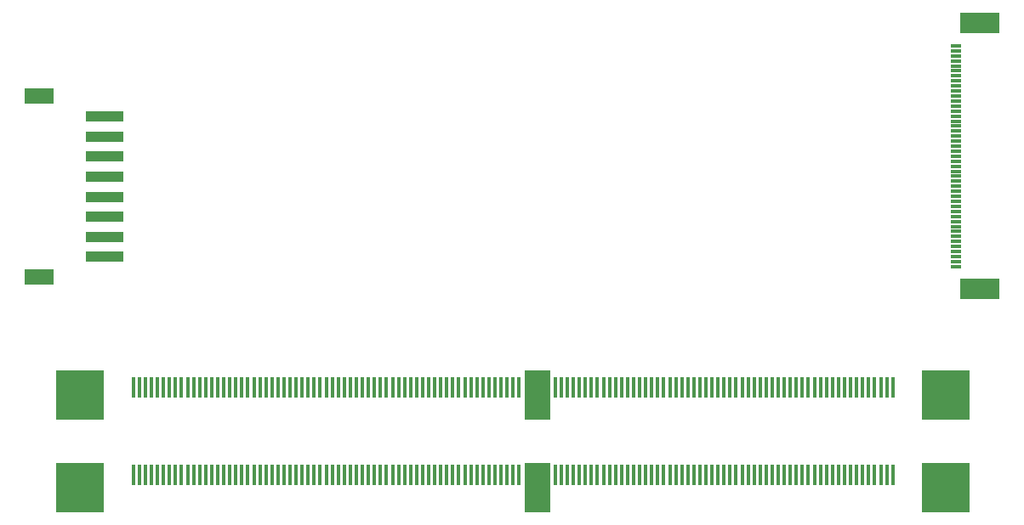
<source format=gbr>
G04 #@! TF.GenerationSoftware,KiCad,Pcbnew,5.0.2-bee76a0~70~ubuntu18.04.1*
G04 #@! TF.CreationDate,2020-10-28T09:15:44+01:00*
G04 #@! TF.ProjectId,ModulAdapter_Verv2,4d6f6475-6c41-4646-9170-7465725f5665,rev?*
G04 #@! TF.SameCoordinates,Original*
G04 #@! TF.FileFunction,Paste,Top*
G04 #@! TF.FilePolarity,Positive*
%FSLAX46Y46*%
G04 Gerber Fmt 4.6, Leading zero omitted, Abs format (unit mm)*
G04 Created by KiCad (PCBNEW 5.0.2-bee76a0~70~ubuntu18.04.1) date Mi 28 Okt 2020 09:15:44 CET*
%MOMM*%
%LPD*%
G01*
G04 APERTURE LIST*
%ADD10R,4.800000X5.000000*%
%ADD11R,0.350000X2.000000*%
%ADD12R,2.600000X5.000000*%
%ADD13R,1.100000X0.300000*%
%ADD14R,4.000000X2.100000*%
%ADD15R,3.800000X1.000000*%
%ADD16R,3.000000X1.500000*%
G04 APERTURE END LIST*
D10*
G04 #@! TO.C,J1*
X143100000Y-118810000D03*
X143100000Y-127990000D03*
X56900000Y-127990000D03*
X56900000Y-118810000D03*
D11*
X137800000Y-118050000D03*
X137200000Y-118050000D03*
X136600000Y-118050000D03*
X136000000Y-118050000D03*
X135400000Y-118050000D03*
X134800000Y-118050000D03*
X134200000Y-118050000D03*
X133600000Y-118050000D03*
X133000000Y-118050000D03*
X132400000Y-118050000D03*
X131800000Y-118050000D03*
X131200000Y-118050000D03*
X130600000Y-118050000D03*
X130000000Y-118050000D03*
X129400000Y-118050000D03*
X128800000Y-118050000D03*
X128200000Y-118050000D03*
X127600000Y-118050000D03*
X127000000Y-118050000D03*
X126400000Y-118050000D03*
X125800000Y-118050000D03*
X125200000Y-118050000D03*
X124600000Y-118050000D03*
X124000000Y-118050000D03*
X123400000Y-118050000D03*
X122800000Y-118050000D03*
X122200000Y-118050000D03*
X121600000Y-118050000D03*
X121000000Y-118050000D03*
X120400000Y-118050000D03*
X119800000Y-118050000D03*
X119200000Y-118050000D03*
X118600000Y-118050000D03*
X118000000Y-118050000D03*
X117400000Y-118050000D03*
X116800000Y-118050000D03*
X116200000Y-118050000D03*
X115600000Y-118050000D03*
X115000000Y-118050000D03*
X114400000Y-118050000D03*
X113800000Y-118050000D03*
X113200000Y-118050000D03*
X112600000Y-118050000D03*
X112000000Y-118050000D03*
X111400000Y-118050000D03*
X110800000Y-118050000D03*
X110200000Y-118050000D03*
X109600000Y-118050000D03*
X109000000Y-118050000D03*
X108400000Y-118050000D03*
X107800000Y-118050000D03*
X107200000Y-118050000D03*
X106600000Y-118050000D03*
X106000000Y-118050000D03*
X105400000Y-118050000D03*
X104800000Y-118050000D03*
X104200000Y-118050000D03*
X100600000Y-118050000D03*
X100000000Y-118050000D03*
X99400000Y-118050000D03*
X98800000Y-118050000D03*
X98200000Y-118050000D03*
X97600000Y-118050000D03*
X97000000Y-118050000D03*
X96400000Y-118050000D03*
X95800000Y-118050000D03*
X95200000Y-118050000D03*
X94600000Y-118050000D03*
X94000000Y-118050000D03*
X93400000Y-118050000D03*
X92800000Y-118050000D03*
X92200000Y-118050000D03*
X91600000Y-118050000D03*
X91000000Y-118050000D03*
X90400000Y-118050000D03*
X89800000Y-118050000D03*
X89200000Y-118050000D03*
X88600000Y-118050000D03*
X88000000Y-118050000D03*
X87400000Y-118050000D03*
X86800000Y-118050000D03*
X86200000Y-118050000D03*
X85600000Y-118050000D03*
X85000000Y-118050000D03*
X84400000Y-118050000D03*
X83800000Y-118050000D03*
X83200000Y-118050000D03*
X82600000Y-118050000D03*
X82000000Y-118050000D03*
X81400000Y-118050000D03*
X80800000Y-118050000D03*
X80200000Y-118050000D03*
X79600000Y-118050000D03*
X79000000Y-118050000D03*
X78400000Y-118050000D03*
X77800000Y-118050000D03*
X77200000Y-118050000D03*
X76600000Y-118050000D03*
X76000000Y-118050000D03*
X75400000Y-118050000D03*
X74800000Y-118050000D03*
X74200000Y-118050000D03*
X73600000Y-118050000D03*
X73000000Y-118050000D03*
X72400000Y-118050000D03*
X71800000Y-118050000D03*
X71200000Y-118050000D03*
X70600000Y-118050000D03*
X70000000Y-118050000D03*
X69400000Y-118050000D03*
X68800000Y-118050000D03*
X68200000Y-118050000D03*
X67600000Y-118050000D03*
X67000000Y-118050000D03*
X66400000Y-118050000D03*
X65800000Y-118050000D03*
X65200000Y-118050000D03*
X64600000Y-118050000D03*
X64000000Y-118050000D03*
X63400000Y-118050000D03*
X62800000Y-118050000D03*
X62200000Y-118050000D03*
X137800000Y-126750000D03*
X137200000Y-126750000D03*
X136600000Y-126750000D03*
X136000000Y-126750000D03*
X135400000Y-126750000D03*
X134800000Y-126750000D03*
X134200000Y-126750000D03*
X133600000Y-126750000D03*
X133000000Y-126750000D03*
X132400000Y-126750000D03*
X131800000Y-126750000D03*
X131200000Y-126750000D03*
X130600000Y-126750000D03*
X130000000Y-126750000D03*
X129400000Y-126750000D03*
X128800000Y-126750000D03*
X128200000Y-126750000D03*
X127600000Y-126750000D03*
X127000000Y-126750000D03*
X126400000Y-126750000D03*
X125800000Y-126750000D03*
X125200000Y-126750000D03*
X124600000Y-126750000D03*
X124000000Y-126750000D03*
X123400000Y-126750000D03*
X122800000Y-126750000D03*
X122200000Y-126750000D03*
X121600000Y-126750000D03*
X121000000Y-126750000D03*
X120400000Y-126750000D03*
X119800000Y-126750000D03*
X119200000Y-126750000D03*
X118600000Y-126750000D03*
X118000000Y-126750000D03*
X117400000Y-126750000D03*
X116800000Y-126750000D03*
X116200000Y-126750000D03*
X115600000Y-126750000D03*
X115000000Y-126750000D03*
X114400000Y-126750000D03*
X113800000Y-126750000D03*
X113200000Y-126750000D03*
X112600000Y-126750000D03*
X112000000Y-126750000D03*
X111400000Y-126750000D03*
X110800000Y-126750000D03*
X110200000Y-126750000D03*
X109600000Y-126750000D03*
X109000000Y-126750000D03*
X108400000Y-126750000D03*
X107800000Y-126750000D03*
X107200000Y-126750000D03*
X106600000Y-126750000D03*
X106000000Y-126750000D03*
X105400000Y-126750000D03*
X104800000Y-126750000D03*
X104200000Y-126750000D03*
X100600000Y-126750000D03*
X100000000Y-126750000D03*
X99400000Y-126750000D03*
X98800000Y-126750000D03*
X98200000Y-126750000D03*
X97600000Y-126750000D03*
X97000000Y-126750000D03*
X96400000Y-126750000D03*
X95800000Y-126750000D03*
X95200000Y-126750000D03*
X94600000Y-126750000D03*
X94000000Y-126750000D03*
X93400000Y-126750000D03*
X92800000Y-126750000D03*
X92200000Y-126750000D03*
X91600000Y-126750000D03*
X91000000Y-126750000D03*
X89800000Y-126750000D03*
X90400000Y-126750000D03*
X89200000Y-126750000D03*
X88600000Y-126750000D03*
X88000000Y-126750000D03*
X87400000Y-126750000D03*
X86800000Y-126750000D03*
X86200000Y-126750000D03*
X85600000Y-126750000D03*
X85000000Y-126750000D03*
X84400000Y-126750000D03*
X83800000Y-126750000D03*
X83200000Y-126750000D03*
X82600000Y-126750000D03*
X82000000Y-126750000D03*
X81400000Y-126750000D03*
X80800000Y-126750000D03*
X80200000Y-126750000D03*
X79600000Y-126750000D03*
X79000000Y-126750000D03*
X78400000Y-126750000D03*
X77800000Y-126750000D03*
X77200000Y-126750000D03*
X76600000Y-126750000D03*
X76000000Y-126750000D03*
X75400000Y-126750000D03*
X74800000Y-126750000D03*
X74200000Y-126750000D03*
X73600000Y-126750000D03*
X73000000Y-126750000D03*
X72400000Y-126750000D03*
X71800000Y-126750000D03*
X71200000Y-126750000D03*
X70600000Y-126750000D03*
X70000000Y-126750000D03*
X69400000Y-126750000D03*
X68800000Y-126750000D03*
X68200000Y-126750000D03*
X67600000Y-126750000D03*
X67000000Y-126750000D03*
X66400000Y-126750000D03*
X65800000Y-126750000D03*
X65200000Y-126750000D03*
X64600000Y-126750000D03*
X64000000Y-126750000D03*
X63400000Y-126750000D03*
X62200000Y-126750000D03*
X62800000Y-126750000D03*
D12*
X102400000Y-118810000D03*
X102400000Y-127990000D03*
G04 #@! TD*
D13*
G04 #@! TO.C,U1*
X144081200Y-93979600D03*
X144081200Y-93479600D03*
X144081200Y-92979600D03*
X144081200Y-92479600D03*
X144081200Y-91979600D03*
X144081200Y-91479600D03*
X144081200Y-90979600D03*
X144081200Y-90479600D03*
X144081200Y-89979600D03*
X144081200Y-89479600D03*
X144081200Y-88979600D03*
X144081200Y-83979600D03*
X144081200Y-84479600D03*
X144081200Y-84979600D03*
X144081200Y-85479600D03*
X144081200Y-85979600D03*
X144081200Y-86479600D03*
X144081200Y-86979600D03*
X144081200Y-87479600D03*
X144081200Y-88479600D03*
X144081200Y-87979600D03*
X144081200Y-99979600D03*
X144081200Y-100479600D03*
X144081200Y-99479600D03*
X144081200Y-98979600D03*
X144081200Y-98479600D03*
X144081200Y-97979600D03*
X144081200Y-97479600D03*
X144081200Y-96979600D03*
X144081200Y-96479600D03*
X144081200Y-94979600D03*
X144081200Y-95979600D03*
X144081200Y-95479600D03*
X144081200Y-100979600D03*
X144081200Y-101479600D03*
X144081200Y-101979600D03*
X144081200Y-102479600D03*
X144081200Y-102979600D03*
X144081200Y-103479600D03*
X144081200Y-103979600D03*
X144081200Y-104479600D03*
X144081200Y-104979600D03*
X144081200Y-105479600D03*
X144081200Y-105979600D03*
X144081200Y-94479600D03*
D14*
X146431200Y-81729600D03*
X146431200Y-108229600D03*
G04 #@! TD*
D15*
G04 #@! TO.C,J3*
X59352000Y-105018800D03*
X59352000Y-103018800D03*
X59352000Y-101018800D03*
X59352000Y-99018800D03*
X59352000Y-97018800D03*
X59352000Y-95018800D03*
X59352000Y-93018800D03*
X59352000Y-91018800D03*
D16*
X52852000Y-107018800D03*
X52852000Y-89018800D03*
G04 #@! TD*
M02*

</source>
